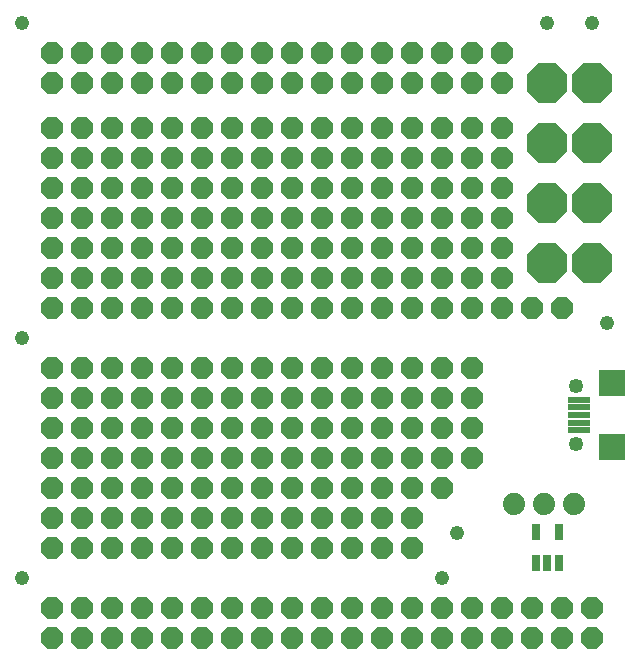
<source format=gts>
G75*
%MOIN*%
%OFA0B0*%
%FSLAX25Y25*%
%IPPOS*%
%LPD*%
%AMOC8*
5,1,8,0,0,1.08239X$1,22.5*
%
%ADD10OC8,0.07100*%
%ADD11C,0.07400*%
%ADD12OC8,0.13300*%
%ADD13R,0.07690X0.02375*%
%ADD14R,0.08674X0.08674*%
%ADD15C,0.04934*%
%ADD16R,0.02965X0.05524*%
%ADD17C,0.04762*%
D10*
X0057595Y0053933D03*
X0057595Y0063933D03*
X0067595Y0063933D03*
X0067595Y0053933D03*
X0077595Y0053933D03*
X0077595Y0063933D03*
X0087595Y0063933D03*
X0087595Y0053933D03*
X0097595Y0053933D03*
X0097595Y0063933D03*
X0107595Y0063933D03*
X0117595Y0063933D03*
X0117595Y0053933D03*
X0107595Y0053933D03*
X0127595Y0053933D03*
X0127595Y0063933D03*
X0137595Y0063933D03*
X0137595Y0053933D03*
X0147595Y0053933D03*
X0147595Y0063933D03*
X0157595Y0063933D03*
X0157595Y0053933D03*
X0167595Y0053933D03*
X0167595Y0063933D03*
X0177595Y0063933D03*
X0177595Y0053933D03*
X0187595Y0053933D03*
X0187595Y0063933D03*
X0197595Y0063933D03*
X0197595Y0053933D03*
X0207595Y0053933D03*
X0207595Y0063933D03*
X0217595Y0063933D03*
X0227595Y0063933D03*
X0227595Y0053933D03*
X0217595Y0053933D03*
X0237595Y0053933D03*
X0237595Y0063933D03*
X0197595Y0113933D03*
X0197595Y0123933D03*
X0187595Y0123933D03*
X0187595Y0113933D03*
X0187595Y0103933D03*
X0177595Y0103933D03*
X0177595Y0113933D03*
X0177595Y0123933D03*
X0167595Y0123933D03*
X0167595Y0113933D03*
X0167595Y0103933D03*
X0157595Y0103933D03*
X0157595Y0113933D03*
X0157595Y0123933D03*
X0147595Y0123933D03*
X0147595Y0113933D03*
X0147595Y0103933D03*
X0137595Y0103933D03*
X0137595Y0113933D03*
X0137595Y0123933D03*
X0127595Y0123933D03*
X0127595Y0113933D03*
X0127595Y0103933D03*
X0117595Y0103933D03*
X0107595Y0103933D03*
X0107595Y0113933D03*
X0107595Y0123933D03*
X0117595Y0123933D03*
X0117595Y0113933D03*
X0097595Y0113933D03*
X0097595Y0103933D03*
X0087595Y0103933D03*
X0087595Y0113933D03*
X0087595Y0123933D03*
X0077595Y0123933D03*
X0077595Y0113933D03*
X0077595Y0103933D03*
X0067595Y0103933D03*
X0067595Y0113933D03*
X0067595Y0123933D03*
X0057595Y0123933D03*
X0057595Y0113933D03*
X0057595Y0103933D03*
X0057595Y0093933D03*
X0057595Y0083933D03*
X0067595Y0083933D03*
X0067595Y0093933D03*
X0077595Y0093933D03*
X0077595Y0083933D03*
X0087595Y0083933D03*
X0087595Y0093933D03*
X0097595Y0093933D03*
X0097595Y0083933D03*
X0107595Y0083933D03*
X0107595Y0093933D03*
X0117595Y0093933D03*
X0117595Y0083933D03*
X0127595Y0083933D03*
X0127595Y0093933D03*
X0137595Y0093933D03*
X0137595Y0083933D03*
X0147595Y0083933D03*
X0147595Y0093933D03*
X0157595Y0093933D03*
X0157595Y0083933D03*
X0167595Y0083933D03*
X0167595Y0093933D03*
X0177595Y0093933D03*
X0177595Y0083933D03*
X0177595Y0133933D03*
X0177595Y0143933D03*
X0167595Y0143933D03*
X0167595Y0133933D03*
X0157595Y0133933D03*
X0157595Y0143933D03*
X0147595Y0143933D03*
X0147595Y0133933D03*
X0137595Y0133933D03*
X0137595Y0143933D03*
X0127595Y0143933D03*
X0127595Y0133933D03*
X0117595Y0133933D03*
X0107595Y0133933D03*
X0107595Y0143933D03*
X0117595Y0143933D03*
X0097595Y0143933D03*
X0097595Y0133933D03*
X0087595Y0133933D03*
X0087595Y0143933D03*
X0077595Y0143933D03*
X0077595Y0133933D03*
X0067595Y0133933D03*
X0067595Y0143933D03*
X0057595Y0143933D03*
X0057595Y0133933D03*
X0057595Y0163933D03*
X0057595Y0173933D03*
X0057595Y0183933D03*
X0057595Y0193933D03*
X0057595Y0203933D03*
X0057595Y0213933D03*
X0057595Y0223933D03*
X0067595Y0223933D03*
X0067595Y0213933D03*
X0067595Y0203933D03*
X0067595Y0193933D03*
X0067595Y0183933D03*
X0067595Y0173933D03*
X0067595Y0163933D03*
X0077595Y0163933D03*
X0077595Y0173933D03*
X0077595Y0183933D03*
X0077595Y0193933D03*
X0077595Y0203933D03*
X0077595Y0213933D03*
X0077595Y0223933D03*
X0087595Y0223933D03*
X0087595Y0213933D03*
X0087595Y0203933D03*
X0087595Y0193933D03*
X0087595Y0183933D03*
X0087595Y0173933D03*
X0087595Y0163933D03*
X0097595Y0163933D03*
X0097595Y0173933D03*
X0097595Y0183933D03*
X0097595Y0193933D03*
X0097595Y0203933D03*
X0097595Y0213933D03*
X0097595Y0223933D03*
X0107595Y0223933D03*
X0107595Y0213933D03*
X0107595Y0203933D03*
X0117595Y0203933D03*
X0117595Y0213933D03*
X0117595Y0223933D03*
X0127595Y0223933D03*
X0127595Y0213933D03*
X0127595Y0203933D03*
X0127595Y0193933D03*
X0127595Y0183933D03*
X0127595Y0173933D03*
X0127595Y0163933D03*
X0117595Y0163933D03*
X0107595Y0163933D03*
X0107595Y0173933D03*
X0107595Y0183933D03*
X0107595Y0193933D03*
X0117595Y0193933D03*
X0117595Y0183933D03*
X0117595Y0173933D03*
X0137595Y0173933D03*
X0137595Y0163933D03*
X0147595Y0163933D03*
X0147595Y0173933D03*
X0147595Y0183933D03*
X0147595Y0193933D03*
X0137595Y0193933D03*
X0137595Y0183933D03*
X0137595Y0203933D03*
X0137595Y0213933D03*
X0137595Y0223933D03*
X0147595Y0223933D03*
X0147595Y0213933D03*
X0147595Y0203933D03*
X0157595Y0203933D03*
X0157595Y0213933D03*
X0157595Y0223933D03*
X0167595Y0223933D03*
X0167595Y0213933D03*
X0167595Y0203933D03*
X0167595Y0193933D03*
X0167595Y0183933D03*
X0167595Y0173933D03*
X0167595Y0163933D03*
X0157595Y0163933D03*
X0157595Y0173933D03*
X0157595Y0183933D03*
X0157595Y0193933D03*
X0177595Y0193933D03*
X0177595Y0183933D03*
X0177595Y0173933D03*
X0177595Y0163933D03*
X0187595Y0163933D03*
X0187595Y0173933D03*
X0187595Y0183933D03*
X0187595Y0193933D03*
X0187595Y0203933D03*
X0187595Y0213933D03*
X0187595Y0223933D03*
X0177595Y0223933D03*
X0177595Y0213933D03*
X0177595Y0203933D03*
X0197595Y0203933D03*
X0197595Y0213933D03*
X0197595Y0223933D03*
X0207595Y0223933D03*
X0207595Y0213933D03*
X0207595Y0203933D03*
X0207595Y0193933D03*
X0207595Y0183933D03*
X0207595Y0173933D03*
X0207595Y0163933D03*
X0197595Y0163933D03*
X0197595Y0173933D03*
X0197595Y0183933D03*
X0197595Y0193933D03*
X0217595Y0163933D03*
X0227595Y0163933D03*
X0197595Y0143933D03*
X0197595Y0133933D03*
X0187595Y0133933D03*
X0187595Y0143933D03*
X0187595Y0238933D03*
X0177595Y0238933D03*
X0167595Y0238933D03*
X0157595Y0238933D03*
X0147595Y0238933D03*
X0137595Y0238933D03*
X0127595Y0238933D03*
X0117595Y0238933D03*
X0107595Y0238933D03*
X0097595Y0238933D03*
X0087595Y0238933D03*
X0077595Y0238933D03*
X0067595Y0238933D03*
X0057595Y0238933D03*
X0057595Y0248933D03*
X0067595Y0248933D03*
X0077595Y0248933D03*
X0087595Y0248933D03*
X0097595Y0248933D03*
X0107595Y0248933D03*
X0117595Y0248933D03*
X0127595Y0248933D03*
X0137595Y0248933D03*
X0147595Y0248933D03*
X0157595Y0248933D03*
X0167595Y0248933D03*
X0177595Y0248933D03*
X0187595Y0248933D03*
X0197595Y0248933D03*
X0197595Y0238933D03*
X0207595Y0238933D03*
X0207595Y0248933D03*
X0097595Y0123933D03*
D11*
X0211414Y0098539D03*
X0221414Y0098539D03*
X0231414Y0098539D03*
D12*
X0237595Y0178933D03*
X0222595Y0178933D03*
X0222595Y0198933D03*
X0237595Y0198933D03*
X0237595Y0218933D03*
X0222595Y0218933D03*
X0222595Y0238933D03*
X0237595Y0238933D03*
D13*
X0233048Y0133303D03*
X0233048Y0130744D03*
X0233048Y0128185D03*
X0233048Y0125626D03*
X0233048Y0123067D03*
D14*
X0244170Y0117457D03*
X0244170Y0138913D03*
D15*
X0232241Y0137732D03*
X0232241Y0118638D03*
D16*
X0226335Y0089052D03*
X0218855Y0089052D03*
X0218855Y0078815D03*
X0222595Y0078815D03*
X0226335Y0078815D03*
D17*
X0192595Y0088933D03*
X0187595Y0073933D03*
X0242595Y0158933D03*
X0237595Y0258933D03*
X0222595Y0258933D03*
X0047595Y0258933D03*
X0047595Y0153933D03*
X0047595Y0073933D03*
M02*

</source>
